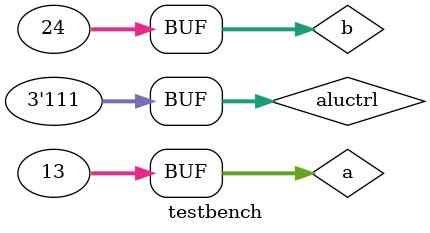
<source format=sv>
`timescale 1ns / 1ps

module testbench();

	logic[31:0] a, b, result;
	logic zero;
	logic[2:0] aluctrl;


	alu eyelyu(a, b, aluctrl, result, zero);

	initial
		begin
			a = 32'b01101;
			b = 32'b11000;
			aluctrl = 3'b010;
		end

	always
		begin
			aluctrl = 3'b010; #20;
			aluctrl = 3'b110; #20;
			aluctrl = 3'b000; #20;
			aluctrl = 3'b001; #20;
			aluctrl = 3'b111; #20;
		end
endmodule

</source>
